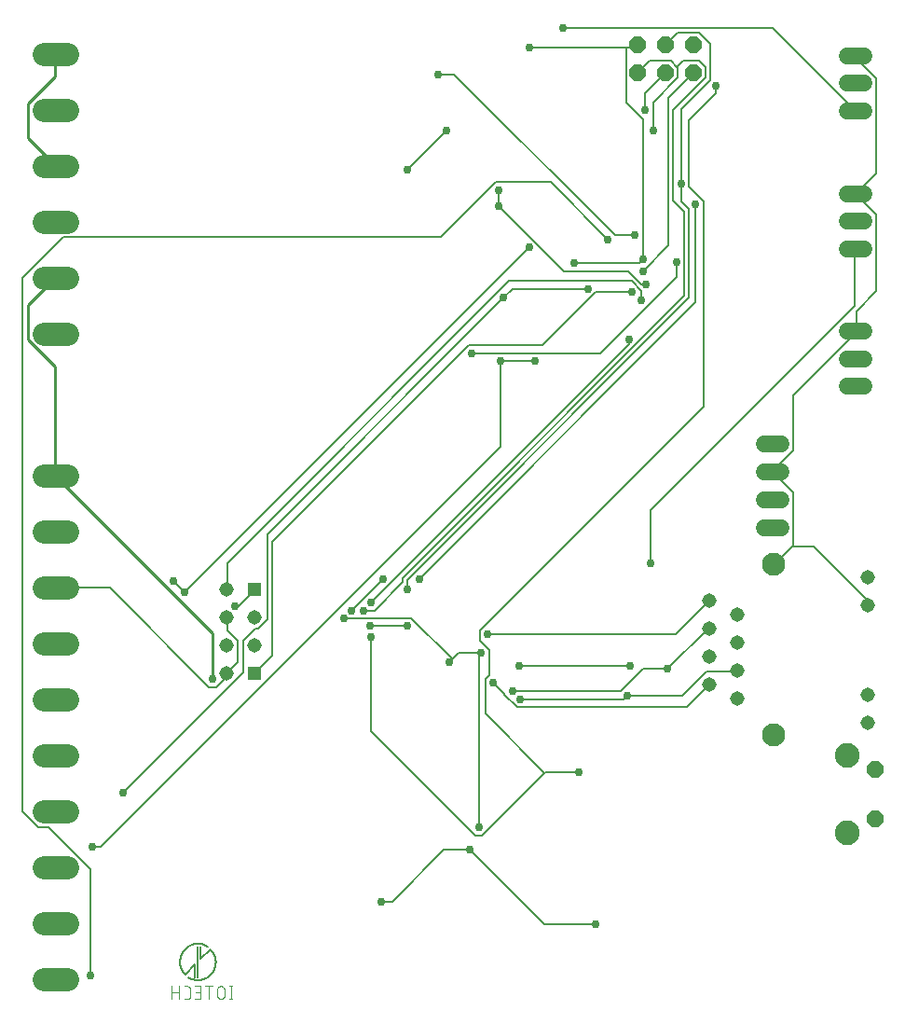
<source format=gbr>
G04 EAGLE Gerber RS-274X export*
G75*
%MOMM*%
%FSLAX34Y34*%
%LPD*%
%INBottom Copper*%
%IPPOS*%
%AMOC8*
5,1,8,0,0,1.08239X$1,22.5*%
G01*
%ADD10R,1.308000X1.308000*%
%ADD11C,1.308000*%
%ADD12C,2.095500*%
%ADD13C,2.100000*%
%ADD14C,1.524000*%
%ADD15C,0.127000*%
%ADD16C,0.101600*%
%ADD17P,1.649562X8X112.500000*%
%ADD18C,2.247900*%
%ADD19P,1.632244X8X22.500000*%
%ADD20C,0.254000*%
%ADD21C,0.756400*%
%ADD22C,0.203200*%


D10*
X251125Y418250D03*
X251125Y342050D03*
D11*
X251125Y392850D03*
X251125Y367450D03*
X225725Y367450D03*
X225725Y392850D03*
X225725Y418250D03*
X225725Y342050D03*
D12*
X81278Y904500D02*
X60323Y904500D01*
X60323Y853700D02*
X81278Y853700D01*
X81278Y650500D02*
X60323Y650500D01*
X60323Y802900D02*
X81278Y802900D01*
X81278Y752100D02*
X60323Y752100D01*
X60323Y701300D02*
X81278Y701300D01*
D13*
X722700Y285750D03*
X722700Y440650D03*
D11*
X808400Y429450D03*
X808400Y404050D03*
X808400Y322350D03*
X808400Y296950D03*
X664300Y407600D03*
X664300Y382200D03*
X664300Y356800D03*
X664300Y331400D03*
X689700Y395000D03*
X689700Y369600D03*
X689700Y344200D03*
X689700Y318800D03*
D14*
X714880Y550600D02*
X730120Y550600D01*
X730120Y525200D02*
X714880Y525200D01*
X714880Y499800D02*
X730120Y499800D01*
X730120Y474400D02*
X714880Y474400D01*
D15*
X200000Y93970D02*
X200000Y66030D01*
X197460Y66030D02*
X197460Y77460D01*
X188570Y68570D01*
X202540Y82540D02*
X211430Y91430D01*
X202540Y93970D02*
X202540Y82540D01*
X208890Y93971D02*
X208551Y94180D01*
X208207Y94381D01*
X207858Y94574D01*
X207505Y94758D01*
X207147Y94933D01*
X206785Y95100D01*
X206419Y95258D01*
X206049Y95407D01*
X205676Y95546D01*
X205299Y95677D01*
X204920Y95798D01*
X204537Y95911D01*
X204152Y96013D01*
X203765Y96107D01*
X203375Y96191D01*
X202984Y96265D01*
X202591Y96330D01*
X202196Y96385D01*
X201800Y96431D01*
X201403Y96467D01*
X201005Y96493D01*
X200607Y96510D01*
X200209Y96517D01*
X199810Y96514D01*
X199412Y96501D01*
X199014Y96479D01*
X198617Y96447D01*
X198220Y96406D01*
X197825Y96355D01*
X197431Y96294D01*
X197039Y96224D01*
X196649Y96144D01*
X196260Y96054D01*
X195874Y95955D01*
X195491Y95847D01*
X195110Y95730D01*
X194732Y95603D01*
X194357Y95467D01*
X193986Y95322D01*
X193618Y95168D01*
X193255Y95005D01*
X192895Y94833D01*
X192540Y94653D01*
X192189Y94464D01*
X191843Y94267D01*
X191501Y94061D01*
X191165Y93847D01*
X190835Y93624D01*
X190509Y93394D01*
X190190Y93156D01*
X189876Y92910D01*
X189568Y92657D01*
X189267Y92396D01*
X188972Y92128D01*
X188684Y91853D01*
X188402Y91571D01*
X188128Y91282D01*
X187860Y90986D01*
X187600Y90684D01*
X187347Y90376D01*
X187102Y90062D01*
X186865Y89742D01*
X186635Y89416D01*
X186414Y89085D01*
X186200Y88748D01*
X185995Y88407D01*
X185798Y88060D01*
X185610Y87709D01*
X185430Y87353D01*
X185259Y86993D01*
X185097Y86629D01*
X184944Y86261D01*
X184800Y85890D01*
X184665Y85515D01*
X184539Y85137D01*
X184422Y84756D01*
X184315Y84372D01*
X184217Y83985D01*
X184128Y83597D01*
X184049Y83206D01*
X183979Y82814D01*
X183920Y82420D01*
X183869Y82025D01*
X183828Y81628D01*
X183797Y81231D01*
X183776Y80833D01*
X183764Y80435D01*
X183762Y80036D01*
X183770Y79638D01*
X183788Y79239D01*
X183815Y78842D01*
X183852Y78445D01*
X183898Y78049D01*
X183954Y77655D01*
X184020Y77261D01*
X184095Y76870D01*
X184180Y76481D01*
X184274Y76093D01*
X184378Y75709D01*
X184491Y75326D01*
X184613Y74947D01*
X184744Y74571D01*
X184885Y74198D01*
X185035Y73829D01*
X185193Y73463D01*
X185361Y73101D01*
X185537Y72744D01*
X185722Y72391D01*
X185915Y72042D01*
X186117Y71699D01*
X186327Y71360D01*
X186545Y71027D01*
X186771Y70699D01*
X187006Y70376D01*
X187248Y70060D01*
X187497Y69749D01*
X187755Y69445D01*
X188019Y69146D01*
X188291Y68855D01*
X188570Y68570D01*
X191110Y66029D02*
X191449Y65820D01*
X191793Y65619D01*
X192142Y65426D01*
X192495Y65242D01*
X192853Y65067D01*
X193215Y64900D01*
X193581Y64742D01*
X193951Y64593D01*
X194324Y64454D01*
X194701Y64323D01*
X195080Y64202D01*
X195463Y64089D01*
X195848Y63987D01*
X196235Y63893D01*
X196625Y63809D01*
X197016Y63735D01*
X197409Y63670D01*
X197804Y63615D01*
X198200Y63569D01*
X198597Y63533D01*
X198995Y63507D01*
X199393Y63490D01*
X199791Y63483D01*
X200190Y63486D01*
X200588Y63499D01*
X200986Y63521D01*
X201383Y63553D01*
X201780Y63594D01*
X202175Y63645D01*
X202569Y63706D01*
X202961Y63776D01*
X203351Y63856D01*
X203740Y63946D01*
X204126Y64045D01*
X204509Y64153D01*
X204890Y64270D01*
X205268Y64397D01*
X205643Y64533D01*
X206014Y64678D01*
X206382Y64832D01*
X206745Y64995D01*
X207105Y65167D01*
X207460Y65347D01*
X207811Y65536D01*
X208157Y65733D01*
X208499Y65939D01*
X208835Y66153D01*
X209165Y66376D01*
X209491Y66606D01*
X209810Y66844D01*
X210124Y67090D01*
X210432Y67343D01*
X210733Y67604D01*
X211028Y67872D01*
X211316Y68147D01*
X211598Y68429D01*
X211872Y68718D01*
X212140Y69014D01*
X212400Y69316D01*
X212653Y69624D01*
X212898Y69938D01*
X213135Y70258D01*
X213365Y70584D01*
X213586Y70915D01*
X213800Y71252D01*
X214005Y71593D01*
X214202Y71940D01*
X214390Y72291D01*
X214570Y72647D01*
X214741Y73007D01*
X214903Y73371D01*
X215056Y73739D01*
X215200Y74110D01*
X215335Y74485D01*
X215461Y74863D01*
X215578Y75244D01*
X215685Y75628D01*
X215783Y76015D01*
X215872Y76403D01*
X215951Y76794D01*
X216021Y77186D01*
X216080Y77580D01*
X216131Y77975D01*
X216172Y78372D01*
X216203Y78769D01*
X216224Y79167D01*
X216236Y79565D01*
X216238Y79964D01*
X216230Y80362D01*
X216212Y80761D01*
X216185Y81158D01*
X216148Y81555D01*
X216102Y81951D01*
X216046Y82345D01*
X215980Y82739D01*
X215905Y83130D01*
X215820Y83519D01*
X215726Y83907D01*
X215622Y84291D01*
X215509Y84674D01*
X215387Y85053D01*
X215256Y85429D01*
X215115Y85802D01*
X214965Y86171D01*
X214807Y86537D01*
X214639Y86899D01*
X214463Y87256D01*
X214278Y87609D01*
X214085Y87958D01*
X213883Y88301D01*
X213673Y88640D01*
X213455Y88973D01*
X213229Y89301D01*
X212994Y89624D01*
X212752Y89940D01*
X212503Y90251D01*
X212245Y90555D01*
X211981Y90854D01*
X211709Y91145D01*
X211430Y91430D01*
D16*
X229944Y57902D02*
X229944Y46218D01*
X231242Y46218D02*
X228646Y46218D01*
X228646Y57902D02*
X231242Y57902D01*
X224045Y54656D02*
X224045Y49464D01*
X224046Y54656D02*
X224044Y54769D01*
X224038Y54882D01*
X224028Y54995D01*
X224014Y55108D01*
X223997Y55220D01*
X223975Y55331D01*
X223950Y55441D01*
X223920Y55551D01*
X223887Y55659D01*
X223850Y55766D01*
X223810Y55872D01*
X223765Y55976D01*
X223717Y56079D01*
X223666Y56180D01*
X223611Y56279D01*
X223553Y56376D01*
X223491Y56471D01*
X223426Y56564D01*
X223358Y56654D01*
X223287Y56742D01*
X223212Y56828D01*
X223135Y56911D01*
X223055Y56991D01*
X222972Y57068D01*
X222886Y57143D01*
X222798Y57214D01*
X222708Y57282D01*
X222615Y57347D01*
X222520Y57409D01*
X222423Y57467D01*
X222324Y57522D01*
X222223Y57573D01*
X222120Y57621D01*
X222016Y57666D01*
X221910Y57706D01*
X221803Y57743D01*
X221695Y57776D01*
X221585Y57806D01*
X221475Y57831D01*
X221364Y57853D01*
X221252Y57870D01*
X221139Y57884D01*
X221026Y57894D01*
X220913Y57900D01*
X220800Y57902D01*
X220687Y57900D01*
X220574Y57894D01*
X220461Y57884D01*
X220348Y57870D01*
X220236Y57853D01*
X220125Y57831D01*
X220015Y57806D01*
X219905Y57776D01*
X219797Y57743D01*
X219690Y57706D01*
X219584Y57666D01*
X219480Y57621D01*
X219377Y57573D01*
X219276Y57522D01*
X219177Y57467D01*
X219080Y57409D01*
X218985Y57347D01*
X218892Y57282D01*
X218802Y57214D01*
X218714Y57143D01*
X218628Y57068D01*
X218545Y56991D01*
X218465Y56911D01*
X218388Y56828D01*
X218313Y56742D01*
X218242Y56654D01*
X218174Y56564D01*
X218109Y56471D01*
X218047Y56376D01*
X217989Y56279D01*
X217934Y56180D01*
X217883Y56079D01*
X217835Y55976D01*
X217790Y55872D01*
X217750Y55766D01*
X217713Y55659D01*
X217680Y55551D01*
X217650Y55441D01*
X217625Y55331D01*
X217603Y55220D01*
X217586Y55108D01*
X217572Y54995D01*
X217562Y54882D01*
X217556Y54769D01*
X217554Y54656D01*
X217554Y49464D01*
X217556Y49351D01*
X217562Y49238D01*
X217572Y49125D01*
X217586Y49012D01*
X217603Y48900D01*
X217625Y48789D01*
X217650Y48679D01*
X217680Y48569D01*
X217713Y48461D01*
X217750Y48354D01*
X217790Y48248D01*
X217835Y48144D01*
X217883Y48041D01*
X217934Y47940D01*
X217989Y47841D01*
X218047Y47744D01*
X218109Y47649D01*
X218174Y47556D01*
X218242Y47466D01*
X218313Y47378D01*
X218388Y47292D01*
X218465Y47209D01*
X218545Y47129D01*
X218628Y47052D01*
X218714Y46977D01*
X218802Y46906D01*
X218892Y46838D01*
X218985Y46773D01*
X219080Y46711D01*
X219177Y46653D01*
X219276Y46598D01*
X219377Y46547D01*
X219480Y46499D01*
X219584Y46454D01*
X219690Y46414D01*
X219797Y46377D01*
X219905Y46344D01*
X220015Y46314D01*
X220125Y46289D01*
X220236Y46267D01*
X220348Y46250D01*
X220461Y46236D01*
X220574Y46226D01*
X220687Y46220D01*
X220800Y46218D01*
X220913Y46220D01*
X221026Y46226D01*
X221139Y46236D01*
X221252Y46250D01*
X221364Y46267D01*
X221475Y46289D01*
X221585Y46314D01*
X221695Y46344D01*
X221803Y46377D01*
X221910Y46414D01*
X222016Y46454D01*
X222120Y46499D01*
X222223Y46547D01*
X222324Y46598D01*
X222423Y46653D01*
X222520Y46711D01*
X222615Y46773D01*
X222708Y46838D01*
X222798Y46906D01*
X222886Y46977D01*
X222972Y47052D01*
X223055Y47129D01*
X223135Y47209D01*
X223212Y47292D01*
X223287Y47378D01*
X223358Y47466D01*
X223426Y47556D01*
X223491Y47649D01*
X223553Y47744D01*
X223611Y47841D01*
X223666Y47940D01*
X223717Y48041D01*
X223765Y48144D01*
X223810Y48248D01*
X223850Y48354D01*
X223887Y48461D01*
X223920Y48569D01*
X223950Y48679D01*
X223975Y48789D01*
X223997Y48900D01*
X224014Y49012D01*
X224028Y49125D01*
X224038Y49238D01*
X224044Y49351D01*
X224046Y49464D01*
X210132Y46218D02*
X210132Y57902D01*
X213377Y57902D02*
X206886Y57902D01*
X202306Y46218D02*
X197113Y46218D01*
X202306Y46218D02*
X202306Y57902D01*
X197113Y57902D01*
X198411Y52709D02*
X202306Y52709D01*
X190240Y46218D02*
X187644Y46218D01*
X190240Y46218D02*
X190339Y46220D01*
X190439Y46226D01*
X190538Y46235D01*
X190636Y46248D01*
X190734Y46265D01*
X190832Y46286D01*
X190928Y46311D01*
X191023Y46339D01*
X191117Y46371D01*
X191210Y46406D01*
X191302Y46445D01*
X191392Y46488D01*
X191480Y46533D01*
X191567Y46583D01*
X191651Y46635D01*
X191734Y46691D01*
X191814Y46749D01*
X191892Y46811D01*
X191967Y46876D01*
X192040Y46944D01*
X192110Y47014D01*
X192178Y47087D01*
X192243Y47162D01*
X192305Y47240D01*
X192363Y47320D01*
X192419Y47403D01*
X192471Y47487D01*
X192521Y47574D01*
X192566Y47662D01*
X192609Y47752D01*
X192648Y47844D01*
X192683Y47937D01*
X192715Y48031D01*
X192743Y48126D01*
X192768Y48222D01*
X192789Y48320D01*
X192806Y48418D01*
X192819Y48516D01*
X192828Y48615D01*
X192834Y48715D01*
X192836Y48814D01*
X192837Y48814D02*
X192837Y55306D01*
X192836Y55306D02*
X192834Y55405D01*
X192828Y55505D01*
X192819Y55604D01*
X192806Y55702D01*
X192789Y55800D01*
X192768Y55898D01*
X192743Y55994D01*
X192715Y56089D01*
X192683Y56183D01*
X192648Y56276D01*
X192609Y56368D01*
X192566Y56458D01*
X192521Y56546D01*
X192471Y56633D01*
X192419Y56717D01*
X192363Y56800D01*
X192305Y56880D01*
X192243Y56958D01*
X192178Y57033D01*
X192110Y57106D01*
X192040Y57176D01*
X191967Y57244D01*
X191892Y57309D01*
X191814Y57371D01*
X191734Y57429D01*
X191651Y57485D01*
X191567Y57537D01*
X191480Y57587D01*
X191392Y57632D01*
X191302Y57675D01*
X191210Y57714D01*
X191117Y57749D01*
X191023Y57781D01*
X190928Y57809D01*
X190832Y57834D01*
X190734Y57855D01*
X190636Y57872D01*
X190538Y57885D01*
X190439Y57894D01*
X190339Y57900D01*
X190240Y57902D01*
X187644Y57902D01*
X182897Y57902D02*
X182897Y46218D01*
X182897Y52709D02*
X176406Y52709D01*
X176406Y57902D02*
X176406Y46218D01*
D17*
X814946Y209894D03*
X814946Y255106D03*
D18*
X790054Y197448D03*
X790054Y267552D03*
D14*
X789880Y652500D02*
X805120Y652500D01*
X805120Y627500D02*
X789880Y627500D01*
X789880Y602500D02*
X805120Y602500D01*
X805120Y777500D02*
X789880Y777500D01*
X789880Y752500D02*
X805120Y752500D01*
X805120Y727500D02*
X789880Y727500D01*
X789880Y902500D02*
X805120Y902500D01*
X805120Y877500D02*
X789880Y877500D01*
X789880Y852500D02*
X805120Y852500D01*
D12*
X81278Y521100D02*
X60323Y521100D01*
X60323Y470300D02*
X81278Y470300D01*
X81278Y63900D02*
X60323Y63900D01*
X60323Y419500D02*
X81278Y419500D01*
X81278Y368700D02*
X60323Y368700D01*
X60323Y114700D02*
X81278Y114700D01*
X81278Y317900D02*
X60323Y317900D01*
X60323Y267100D02*
X81278Y267100D01*
X81278Y165500D02*
X60323Y165500D01*
X60323Y216300D02*
X81278Y216300D01*
D19*
X599600Y887300D03*
X599600Y912700D03*
X625000Y887300D03*
X625000Y912700D03*
X650400Y887300D03*
X650400Y912700D03*
D20*
X70415Y904163D02*
X70415Y883753D01*
X45923Y859261D01*
X45923Y827626D01*
X70415Y803134D01*
X70415Y904163D02*
X70800Y904500D01*
X70415Y803134D02*
X70800Y802900D01*
X70415Y620464D02*
X70415Y521476D01*
X70415Y620464D02*
X45923Y644956D01*
X45923Y676592D01*
X70415Y701084D01*
X70415Y521476D02*
X70800Y521100D01*
X70415Y701084D02*
X70800Y701300D01*
X213285Y378606D02*
X213285Y336765D01*
X213285Y378606D02*
X71435Y520455D01*
X70800Y521100D01*
D21*
X213285Y336765D03*
D22*
X233695Y403098D02*
X236756Y403098D01*
X251043Y417385D01*
X251125Y418250D01*
X389831Y799052D02*
X425549Y834769D01*
X798031Y670469D02*
X798031Y653120D01*
X798031Y670469D02*
X816400Y688838D01*
X816400Y758232D01*
X798031Y776601D01*
X798031Y653120D02*
X797500Y652500D01*
X798031Y776601D02*
X797500Y777500D01*
X798031Y900081D02*
X798031Y902122D01*
X798031Y900081D02*
X816400Y881712D01*
X816400Y795990D01*
X798031Y777621D01*
X798031Y902122D02*
X797500Y902500D01*
X798031Y777621D02*
X797500Y777500D01*
X633731Y377585D02*
X463307Y377585D01*
X633731Y377585D02*
X663325Y407180D01*
X664300Y407600D01*
X740883Y506168D02*
X722514Y524537D01*
X740883Y506168D02*
X740883Y458205D01*
X740373Y457694D02*
X723535Y440856D01*
X740373Y457694D02*
X740883Y458205D01*
X722514Y524537D02*
X722500Y525200D01*
X723535Y440856D02*
X722700Y440650D01*
X808236Y408200D02*
X808236Y404118D01*
X808236Y408200D02*
X759252Y457184D01*
X740883Y457184D01*
X808236Y404118D02*
X808400Y404050D01*
X740883Y457184D02*
X740373Y457694D01*
X797011Y650059D02*
X797011Y652100D01*
X797011Y650059D02*
X740883Y593931D01*
X740883Y543927D01*
X722514Y525558D01*
X797011Y652100D02*
X797500Y652500D01*
X722514Y525558D02*
X722500Y525200D01*
D21*
X233695Y403098D03*
X389831Y799052D03*
X425549Y834769D03*
X463307Y377585D03*
D22*
X638833Y786806D02*
X638833Y854159D01*
X665366Y880692D01*
X665366Y913348D01*
X655161Y923553D01*
X635772Y923553D01*
X625567Y913348D01*
X625000Y912700D01*
X389831Y384729D02*
X356155Y384729D01*
X389831Y418405D02*
X389831Y426569D01*
X645977Y682715D01*
X645977Y763334D01*
X638833Y770478D01*
X638833Y786806D01*
D21*
X638833Y786806D03*
X356155Y384729D03*
X389831Y384729D03*
X389831Y418405D03*
D22*
X187772Y415344D02*
X501066Y728637D01*
X187772Y415344D02*
X177567Y425549D01*
D21*
X501066Y728637D03*
X187772Y415344D03*
X177567Y425549D03*
D22*
X591890Y640874D02*
X591890Y644956D01*
X591890Y640874D02*
X357175Y406159D01*
D21*
X591890Y644956D03*
X357175Y406159D03*
D22*
X603116Y680674D02*
X603116Y688838D01*
X593931Y698022D01*
X482697Y698022D01*
X226551Y441877D01*
X226551Y418405D01*
X225725Y418250D01*
D21*
X603116Y680674D03*
D22*
X593931Y687817D02*
X561275Y687817D01*
X513312Y639854D01*
X445959Y639854D01*
X267371Y461266D01*
X267371Y358196D01*
X252064Y342888D01*
X251125Y342050D01*
D21*
X593931Y687817D03*
D22*
X634751Y702104D02*
X634751Y715371D01*
X634751Y702104D02*
X565357Y632710D01*
X449020Y632710D01*
D21*
X634751Y715371D03*
X449020Y632710D03*
D22*
X606177Y853138D02*
X606177Y868446D01*
X624546Y886815D01*
X625000Y887300D01*
X545968Y252064D02*
X515353Y252064D01*
X514842Y251553D02*
X458205Y194916D01*
X514842Y251553D02*
X515353Y252064D01*
X458205Y194916D02*
X452082Y194916D01*
X357175Y289822D01*
X357175Y374524D01*
X670469Y868446D02*
X670469Y875589D01*
X670469Y868446D02*
X645977Y843954D01*
X645977Y783744D01*
X659243Y770478D01*
X659243Y583726D01*
X456164Y380647D01*
X456164Y371462D01*
X464328Y363298D01*
X464328Y339827D01*
X461266Y336765D01*
X461266Y305130D01*
X514842Y251553D01*
D21*
X606177Y853138D03*
X545968Y252064D03*
X357175Y374524D03*
X670469Y875589D03*
D22*
X613321Y860282D02*
X613321Y834769D01*
X613321Y860282D02*
X635772Y882733D01*
X635772Y891917D01*
X635261Y892427D02*
X629649Y898040D01*
X635261Y892427D02*
X635772Y891917D01*
X629649Y898040D02*
X610259Y898040D01*
X600054Y887835D01*
X599600Y887300D01*
X360237Y399016D02*
X350032Y399016D01*
X360237Y399016D02*
X385749Y424528D01*
X385749Y428610D01*
X641895Y684756D01*
X641895Y761293D01*
X631690Y771498D01*
X631690Y853138D01*
X661284Y882733D01*
X661284Y891917D01*
X655161Y898040D01*
X640874Y898040D01*
X635261Y892427D01*
D21*
X613321Y834769D03*
X350032Y399016D03*
D22*
X652100Y678633D02*
X652100Y767416D01*
X652100Y678633D02*
X401057Y427590D01*
X368401Y427590D02*
X339827Y399016D01*
D21*
X652100Y767416D03*
X401057Y427590D03*
X368401Y427590D03*
X339827Y399016D03*
D22*
X578624Y739863D02*
X596993Y739863D01*
X578624Y739863D02*
X432692Y885794D01*
X418405Y885794D01*
D21*
X596993Y739863D03*
X418405Y885794D03*
D22*
X531681Y927635D02*
X722514Y927635D01*
X797011Y853138D01*
X797500Y852500D01*
X226551Y391872D02*
X226551Y380647D01*
X235736Y371462D01*
X235736Y352073D01*
X226551Y342888D01*
X226551Y391872D02*
X225725Y392850D01*
X226551Y342888D02*
X225725Y342050D01*
X120419Y419426D02*
X71435Y419426D01*
X120419Y419426D02*
X210223Y329622D01*
X216346Y329622D01*
X225531Y338806D01*
X225531Y341868D01*
X71435Y419426D02*
X70800Y419500D01*
X225531Y341868D02*
X225725Y342050D01*
X436774Y360237D02*
X455143Y360237D01*
X436774Y360237D02*
X428610Y352073D01*
X455143Y360237D02*
X455143Y202059D01*
X455143Y360237D02*
X457184Y360237D01*
X376565Y134706D02*
X366360Y134706D01*
X376565Y134706D02*
X423508Y181649D01*
X446979Y181649D01*
X514332Y114296D02*
X561275Y114296D01*
X514332Y114296D02*
X446979Y181649D01*
X393913Y391872D02*
X332683Y391872D01*
X393913Y391872D02*
X430651Y355134D01*
X428610Y352073D01*
X797011Y675571D02*
X797011Y726596D01*
X797011Y675571D02*
X611280Y489840D01*
X611280Y441877D01*
X797011Y726596D02*
X797500Y727500D01*
D21*
X531681Y927635D03*
X457184Y360237D03*
X428610Y352073D03*
X455143Y202059D03*
X366360Y134706D03*
X446979Y181649D03*
X561275Y114296D03*
X332683Y391872D03*
X611280Y441877D03*
D22*
X592911Y349011D02*
X491881Y349011D01*
D21*
X491881Y349011D03*
X592911Y349011D03*
D22*
X478615Y323499D02*
X468410Y333704D01*
X478615Y323499D02*
X478615Y322478D01*
X489840Y311253D01*
X643936Y311253D01*
X663325Y330642D01*
X664300Y331400D01*
D21*
X468410Y333704D03*
D22*
X626587Y345950D02*
X663325Y382688D01*
X664300Y382200D01*
X583726Y325540D02*
X485758Y325540D01*
X583726Y325540D02*
X604136Y345950D01*
X626587Y345950D01*
D21*
X626587Y345950D03*
X485758Y325540D03*
D22*
X589849Y321458D02*
X639854Y321458D01*
X662305Y343909D01*
X688838Y343909D01*
X689700Y344200D01*
X586788Y318396D02*
X492902Y318396D01*
X586788Y318396D02*
X589849Y321458D01*
D21*
X589849Y321458D03*
X492902Y318396D03*
D22*
X604136Y707207D02*
X627608Y730678D01*
X627608Y864364D01*
X650059Y886815D01*
X650400Y887300D01*
D21*
X604136Y707207D03*
D22*
X111235Y184711D02*
X104091Y184711D01*
X111235Y184711D02*
X474533Y548009D01*
X474533Y625567D01*
X506168Y625567D01*
D21*
X104091Y184711D03*
X474533Y625567D03*
X506168Y625567D03*
D22*
X240838Y342888D02*
X131645Y233695D01*
X240838Y342888D02*
X240838Y371462D01*
X252064Y382688D01*
X255125Y382688D01*
X263289Y390852D01*
X263289Y468410D01*
X477594Y682715D01*
X485758Y690879D02*
X554132Y690879D01*
X485758Y690879D02*
X477594Y682715D01*
D21*
X131645Y233695D03*
X477594Y682715D03*
X554132Y690879D03*
D22*
X102050Y164301D02*
X102050Y67353D01*
X102050Y164301D02*
X64292Y202059D01*
X55107Y202059D01*
X40820Y216346D01*
X40820Y701084D01*
X77558Y737822D01*
X420446Y737822D01*
X470451Y787826D01*
X520455Y787826D01*
X572501Y735781D01*
D21*
X102050Y67353D03*
X572501Y735781D03*
D22*
X588829Y910286D02*
X596993Y910286D01*
X588829Y910286D02*
X501066Y910286D01*
X596993Y910286D02*
X599034Y912327D01*
X599600Y912700D01*
X604136Y844974D02*
X604136Y717412D01*
X604136Y844974D02*
X588829Y860282D01*
X588829Y910286D01*
X601075Y714350D02*
X541886Y714350D01*
X601075Y714350D02*
X604136Y717412D01*
D21*
X501066Y910286D03*
X604136Y717412D03*
X541886Y714350D03*
D22*
X473512Y766396D02*
X473512Y780683D01*
X603116Y694961D02*
X607198Y694961D01*
X603116Y694961D02*
X590870Y707207D01*
X532701Y707207D01*
X473512Y766396D01*
D21*
X473512Y766396D03*
X473512Y780683D03*
X607198Y694961D03*
M02*

</source>
